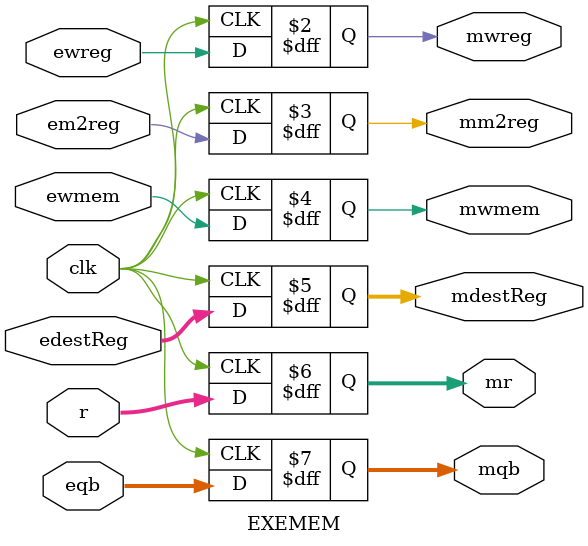
<source format=v>
`timescale 1ns / 1ps
module EXEMEM(
    
    input clk,
    input wire ewreg,
    input wire em2reg,
    input wire ewmem,
    input wire [4:0] edestReg,
    input wire [31:0] r,
    input wire [31:0] eqb,
    
    output reg mwreg,
    output reg mm2reg,
    output reg mwmem,
    output reg [4:0] mdestReg,
    output reg [31:0] mr,
    output reg [31:0] mqb
    
    );
always @(posedge clk)
begin //initializes the values according to the video
    mwreg = ewreg;
    mm2reg = em2reg;
    mwmem = ewmem;
    mdestReg = edestReg;
    mr = r;
    mqb = eqb; 
end
endmodule

</source>
